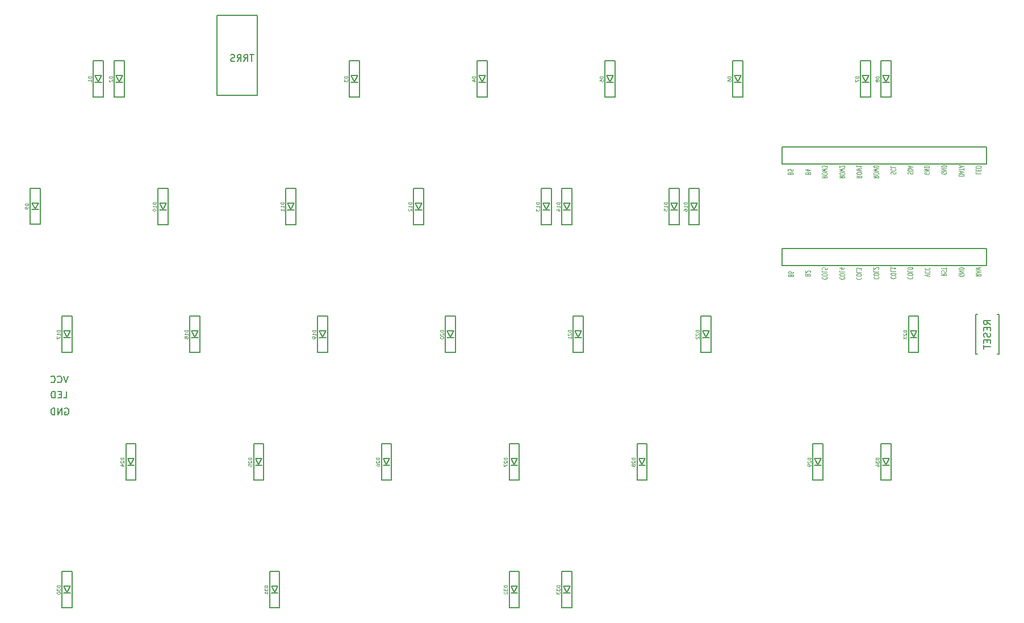
<source format=gbo>
G04 #@! TF.GenerationSoftware,KiCad,Pcbnew,(5.1.5-0-10_14)*
G04 #@! TF.CreationDate,2020-07-25T11:38:42+09:00*
G04 #@! TF.ProjectId,iroha60-right,69726f68-6136-4302-9d72-696768742e6b,rev?*
G04 #@! TF.SameCoordinates,Original*
G04 #@! TF.FileFunction,Legend,Bot*
G04 #@! TF.FilePolarity,Positive*
%FSLAX46Y46*%
G04 Gerber Fmt 4.6, Leading zero omitted, Abs format (unit mm)*
G04 Created by KiCad (PCBNEW (5.1.5-0-10_14)) date 2020-07-25 11:38:42*
%MOMM*%
%LPD*%
G04 APERTURE LIST*
%ADD10C,0.150000*%
%ADD11C,0.125000*%
G04 APERTURE END LIST*
D10*
X46750000Y-30637500D02*
X45250000Y-30637500D01*
X46750000Y-36037500D02*
X46750000Y-30637500D01*
X45250000Y-36037500D02*
X46750000Y-36037500D01*
X45250000Y-30637500D02*
X45250000Y-36037500D01*
X45500000Y-33837500D02*
X46500000Y-33837500D01*
X46500000Y-32837500D02*
X46000000Y-33737500D01*
X45500000Y-32837500D02*
X46500000Y-32837500D01*
X46000000Y-33737500D02*
X45500000Y-32837500D01*
X49900000Y-30637500D02*
X48400000Y-30637500D01*
X49900000Y-36037500D02*
X49900000Y-30637500D01*
X48400000Y-36037500D02*
X49900000Y-36037500D01*
X48400000Y-30637500D02*
X48400000Y-36037500D01*
X48650000Y-33837500D02*
X49650000Y-33837500D01*
X49650000Y-32837500D02*
X49150000Y-33737500D01*
X48650000Y-32837500D02*
X49650000Y-32837500D01*
X49150000Y-33737500D02*
X48650000Y-32837500D01*
X84950000Y-30637500D02*
X83450000Y-30637500D01*
X84950000Y-36037500D02*
X84950000Y-30637500D01*
X83450000Y-36037500D02*
X84950000Y-36037500D01*
X83450000Y-30637500D02*
X83450000Y-36037500D01*
X83700000Y-33837500D02*
X84700000Y-33837500D01*
X84700000Y-32837500D02*
X84200000Y-33737500D01*
X83700000Y-32837500D02*
X84700000Y-32837500D01*
X84200000Y-33737500D02*
X83700000Y-32837500D01*
X104000000Y-30637500D02*
X102500000Y-30637500D01*
X104000000Y-36037500D02*
X104000000Y-30637500D01*
X102500000Y-36037500D02*
X104000000Y-36037500D01*
X102500000Y-30637500D02*
X102500000Y-36037500D01*
X102750000Y-33837500D02*
X103750000Y-33837500D01*
X103750000Y-32837500D02*
X103250000Y-33737500D01*
X102750000Y-32837500D02*
X103750000Y-32837500D01*
X103250000Y-33737500D02*
X102750000Y-32837500D01*
X123050000Y-30637500D02*
X121550000Y-30637500D01*
X123050000Y-36037500D02*
X123050000Y-30637500D01*
X121550000Y-36037500D02*
X123050000Y-36037500D01*
X121550000Y-30637500D02*
X121550000Y-36037500D01*
X121800000Y-33837500D02*
X122800000Y-33837500D01*
X122800000Y-32837500D02*
X122300000Y-33737500D01*
X121800000Y-32837500D02*
X122800000Y-32837500D01*
X122300000Y-33737500D02*
X121800000Y-32837500D01*
X142100000Y-30637500D02*
X140600000Y-30637500D01*
X142100000Y-36037500D02*
X142100000Y-30637500D01*
X140600000Y-36037500D02*
X142100000Y-36037500D01*
X140600000Y-30637500D02*
X140600000Y-36037500D01*
X140850000Y-33837500D02*
X141850000Y-33837500D01*
X141850000Y-32837500D02*
X141350000Y-33737500D01*
X140850000Y-32837500D02*
X141850000Y-32837500D01*
X141350000Y-33737500D02*
X140850000Y-32837500D01*
X161150000Y-30637500D02*
X159650000Y-30637500D01*
X161150000Y-36037500D02*
X161150000Y-30637500D01*
X159650000Y-36037500D02*
X161150000Y-36037500D01*
X159650000Y-30637500D02*
X159650000Y-36037500D01*
X159900000Y-33837500D02*
X160900000Y-33837500D01*
X160900000Y-32837500D02*
X160400000Y-33737500D01*
X159900000Y-32837500D02*
X160900000Y-32837500D01*
X160400000Y-33737500D02*
X159900000Y-32837500D01*
X164200000Y-30637500D02*
X162700000Y-30637500D01*
X164200000Y-36037500D02*
X164200000Y-30637500D01*
X162700000Y-36037500D02*
X164200000Y-36037500D01*
X162700000Y-30637500D02*
X162700000Y-36037500D01*
X162950000Y-33837500D02*
X163950000Y-33837500D01*
X163950000Y-32837500D02*
X163450000Y-33737500D01*
X162950000Y-32837500D02*
X163950000Y-32837500D01*
X163450000Y-33737500D02*
X162950000Y-32837500D01*
X36575000Y-52737500D02*
X36075000Y-51837500D01*
X36075000Y-51837500D02*
X37075000Y-51837500D01*
X37075000Y-51837500D02*
X36575000Y-52737500D01*
X36075000Y-52837500D02*
X37075000Y-52837500D01*
X35825000Y-49637500D02*
X35825000Y-55037500D01*
X35825000Y-55037500D02*
X37325000Y-55037500D01*
X37325000Y-55037500D02*
X37325000Y-49637500D01*
X37325000Y-49637500D02*
X35825000Y-49637500D01*
X55625000Y-52787500D02*
X55125000Y-51887500D01*
X55125000Y-51887500D02*
X56125000Y-51887500D01*
X56125000Y-51887500D02*
X55625000Y-52787500D01*
X55125000Y-52887500D02*
X56125000Y-52887500D01*
X54875000Y-49687500D02*
X54875000Y-55087500D01*
X54875000Y-55087500D02*
X56375000Y-55087500D01*
X56375000Y-55087500D02*
X56375000Y-49687500D01*
X56375000Y-49687500D02*
X54875000Y-49687500D01*
X74675000Y-52787500D02*
X74175000Y-51887500D01*
X74175000Y-51887500D02*
X75175000Y-51887500D01*
X75175000Y-51887500D02*
X74675000Y-52787500D01*
X74175000Y-52887500D02*
X75175000Y-52887500D01*
X73925000Y-49687500D02*
X73925000Y-55087500D01*
X73925000Y-55087500D02*
X75425000Y-55087500D01*
X75425000Y-55087500D02*
X75425000Y-49687500D01*
X75425000Y-49687500D02*
X73925000Y-49687500D01*
X93725000Y-52787500D02*
X93225000Y-51887500D01*
X93225000Y-51887500D02*
X94225000Y-51887500D01*
X94225000Y-51887500D02*
X93725000Y-52787500D01*
X93225000Y-52887500D02*
X94225000Y-52887500D01*
X92975000Y-49687500D02*
X92975000Y-55087500D01*
X92975000Y-55087500D02*
X94475000Y-55087500D01*
X94475000Y-55087500D02*
X94475000Y-49687500D01*
X94475000Y-49687500D02*
X92975000Y-49687500D01*
X112775000Y-52787500D02*
X112275000Y-51887500D01*
X112275000Y-51887500D02*
X113275000Y-51887500D01*
X113275000Y-51887500D02*
X112775000Y-52787500D01*
X112275000Y-52887500D02*
X113275000Y-52887500D01*
X112025000Y-49687500D02*
X112025000Y-55087500D01*
X112025000Y-55087500D02*
X113525000Y-55087500D01*
X113525000Y-55087500D02*
X113525000Y-49687500D01*
X113525000Y-49687500D02*
X112025000Y-49687500D01*
X115825000Y-52787500D02*
X115325000Y-51887500D01*
X115325000Y-51887500D02*
X116325000Y-51887500D01*
X116325000Y-51887500D02*
X115825000Y-52787500D01*
X115325000Y-52887500D02*
X116325000Y-52887500D01*
X115075000Y-49687500D02*
X115075000Y-55087500D01*
X115075000Y-55087500D02*
X116575000Y-55087500D01*
X116575000Y-55087500D02*
X116575000Y-49687500D01*
X116575000Y-49687500D02*
X115075000Y-49687500D01*
X131825000Y-52787500D02*
X131325000Y-51887500D01*
X131325000Y-51887500D02*
X132325000Y-51887500D01*
X132325000Y-51887500D02*
X131825000Y-52787500D01*
X131325000Y-52887500D02*
X132325000Y-52887500D01*
X131075000Y-49687500D02*
X131075000Y-55087500D01*
X131075000Y-55087500D02*
X132575000Y-55087500D01*
X132575000Y-55087500D02*
X132575000Y-49687500D01*
X132575000Y-49687500D02*
X131075000Y-49687500D01*
X134825000Y-52787500D02*
X134325000Y-51887500D01*
X134325000Y-51887500D02*
X135325000Y-51887500D01*
X135325000Y-51887500D02*
X134825000Y-52787500D01*
X134325000Y-52887500D02*
X135325000Y-52887500D01*
X134075000Y-49687500D02*
X134075000Y-55087500D01*
X134075000Y-55087500D02*
X135575000Y-55087500D01*
X135575000Y-55087500D02*
X135575000Y-49687500D01*
X135575000Y-49687500D02*
X134075000Y-49687500D01*
X42087500Y-68737500D02*
X40587500Y-68737500D01*
X42087500Y-74137500D02*
X42087500Y-68737500D01*
X40587500Y-74137500D02*
X42087500Y-74137500D01*
X40587500Y-68737500D02*
X40587500Y-74137500D01*
X40837500Y-71937500D02*
X41837500Y-71937500D01*
X41837500Y-70937500D02*
X41337500Y-71837500D01*
X40837500Y-70937500D02*
X41837500Y-70937500D01*
X41337500Y-71837500D02*
X40837500Y-70937500D01*
X61137500Y-68737500D02*
X59637500Y-68737500D01*
X61137500Y-74137500D02*
X61137500Y-68737500D01*
X59637500Y-74137500D02*
X61137500Y-74137500D01*
X59637500Y-68737500D02*
X59637500Y-74137500D01*
X59887500Y-71937500D02*
X60887500Y-71937500D01*
X60887500Y-70937500D02*
X60387500Y-71837500D01*
X59887500Y-70937500D02*
X60887500Y-70937500D01*
X60387500Y-71837500D02*
X59887500Y-70937500D01*
X80187500Y-68737500D02*
X78687500Y-68737500D01*
X80187500Y-74137500D02*
X80187500Y-68737500D01*
X78687500Y-74137500D02*
X80187500Y-74137500D01*
X78687500Y-68737500D02*
X78687500Y-74137500D01*
X78937500Y-71937500D02*
X79937500Y-71937500D01*
X79937500Y-70937500D02*
X79437500Y-71837500D01*
X78937500Y-70937500D02*
X79937500Y-70937500D01*
X79437500Y-71837500D02*
X78937500Y-70937500D01*
X98487500Y-71837500D02*
X97987500Y-70937500D01*
X97987500Y-70937500D02*
X98987500Y-70937500D01*
X98987500Y-70937500D02*
X98487500Y-71837500D01*
X97987500Y-71937500D02*
X98987500Y-71937500D01*
X97737500Y-68737500D02*
X97737500Y-74137500D01*
X97737500Y-74137500D02*
X99237500Y-74137500D01*
X99237500Y-74137500D02*
X99237500Y-68737500D01*
X99237500Y-68737500D02*
X97737500Y-68737500D01*
X117537500Y-71837500D02*
X117037500Y-70937500D01*
X117037500Y-70937500D02*
X118037500Y-70937500D01*
X118037500Y-70937500D02*
X117537500Y-71837500D01*
X117037500Y-71937500D02*
X118037500Y-71937500D01*
X116787500Y-68737500D02*
X116787500Y-74137500D01*
X116787500Y-74137500D02*
X118287500Y-74137500D01*
X118287500Y-74137500D02*
X118287500Y-68737500D01*
X118287500Y-68737500D02*
X116787500Y-68737500D01*
X137337500Y-68737500D02*
X135837500Y-68737500D01*
X137337500Y-74137500D02*
X137337500Y-68737500D01*
X135837500Y-74137500D02*
X137337500Y-74137500D01*
X135837500Y-68737500D02*
X135837500Y-74137500D01*
X136087500Y-71937500D02*
X137087500Y-71937500D01*
X137087500Y-70937500D02*
X136587500Y-71837500D01*
X136087500Y-70937500D02*
X137087500Y-70937500D01*
X136587500Y-71837500D02*
X136087500Y-70937500D01*
X167543750Y-71837500D02*
X167043750Y-70937500D01*
X167043750Y-70937500D02*
X168043750Y-70937500D01*
X168043750Y-70937500D02*
X167543750Y-71837500D01*
X167043750Y-71937500D02*
X168043750Y-71937500D01*
X166793750Y-68737500D02*
X166793750Y-74137500D01*
X166793750Y-74137500D02*
X168293750Y-74137500D01*
X168293750Y-74137500D02*
X168293750Y-68737500D01*
X168293750Y-68737500D02*
X166793750Y-68737500D01*
X50862500Y-90887500D02*
X50362500Y-89987500D01*
X50362500Y-89987500D02*
X51362500Y-89987500D01*
X51362500Y-89987500D02*
X50862500Y-90887500D01*
X50362500Y-90987500D02*
X51362500Y-90987500D01*
X50112500Y-87787500D02*
X50112500Y-93187500D01*
X50112500Y-93187500D02*
X51612500Y-93187500D01*
X51612500Y-93187500D02*
X51612500Y-87787500D01*
X51612500Y-87787500D02*
X50112500Y-87787500D01*
X69912500Y-90887500D02*
X69412500Y-89987500D01*
X69412500Y-89987500D02*
X70412500Y-89987500D01*
X70412500Y-89987500D02*
X69912500Y-90887500D01*
X69412500Y-90987500D02*
X70412500Y-90987500D01*
X69162500Y-87787500D02*
X69162500Y-93187500D01*
X69162500Y-93187500D02*
X70662500Y-93187500D01*
X70662500Y-93187500D02*
X70662500Y-87787500D01*
X70662500Y-87787500D02*
X69162500Y-87787500D01*
X88962500Y-90887500D02*
X88462500Y-89987500D01*
X88462500Y-89987500D02*
X89462500Y-89987500D01*
X89462500Y-89987500D02*
X88962500Y-90887500D01*
X88462500Y-90987500D02*
X89462500Y-90987500D01*
X88212500Y-87787500D02*
X88212500Y-93187500D01*
X88212500Y-93187500D02*
X89712500Y-93187500D01*
X89712500Y-93187500D02*
X89712500Y-87787500D01*
X89712500Y-87787500D02*
X88212500Y-87787500D01*
X108762500Y-87787500D02*
X107262500Y-87787500D01*
X108762500Y-93187500D02*
X108762500Y-87787500D01*
X107262500Y-93187500D02*
X108762500Y-93187500D01*
X107262500Y-87787500D02*
X107262500Y-93187500D01*
X107512500Y-90987500D02*
X108512500Y-90987500D01*
X108512500Y-89987500D02*
X108012500Y-90887500D01*
X107512500Y-89987500D02*
X108512500Y-89987500D01*
X108012500Y-90887500D02*
X107512500Y-89987500D01*
X127812500Y-87787500D02*
X126312500Y-87787500D01*
X127812500Y-93187500D02*
X127812500Y-87787500D01*
X126312500Y-93187500D02*
X127812500Y-93187500D01*
X126312500Y-87787500D02*
X126312500Y-93187500D01*
X126562500Y-90987500D02*
X127562500Y-90987500D01*
X127562500Y-89987500D02*
X127062500Y-90887500D01*
X126562500Y-89987500D02*
X127562500Y-89987500D01*
X127062500Y-90887500D02*
X126562500Y-89987500D01*
X154006250Y-87787500D02*
X152506250Y-87787500D01*
X154006250Y-93187500D02*
X154006250Y-87787500D01*
X152506250Y-93187500D02*
X154006250Y-93187500D01*
X152506250Y-87787500D02*
X152506250Y-93187500D01*
X152756250Y-90987500D02*
X153756250Y-90987500D01*
X153756250Y-89987500D02*
X153256250Y-90887500D01*
X152756250Y-89987500D02*
X153756250Y-89987500D01*
X153256250Y-90887500D02*
X152756250Y-89987500D01*
X41337500Y-109937500D02*
X40837500Y-109037500D01*
X40837500Y-109037500D02*
X41837500Y-109037500D01*
X41837500Y-109037500D02*
X41337500Y-109937500D01*
X40837500Y-110037500D02*
X41837500Y-110037500D01*
X40587500Y-106837500D02*
X40587500Y-112237500D01*
X40587500Y-112237500D02*
X42087500Y-112237500D01*
X42087500Y-112237500D02*
X42087500Y-106837500D01*
X42087500Y-106837500D02*
X40587500Y-106837500D01*
X72293750Y-109937500D02*
X71793750Y-109037500D01*
X71793750Y-109037500D02*
X72793750Y-109037500D01*
X72793750Y-109037500D02*
X72293750Y-109937500D01*
X71793750Y-110037500D02*
X72793750Y-110037500D01*
X71543750Y-106837500D02*
X71543750Y-112237500D01*
X71543750Y-112237500D02*
X73043750Y-112237500D01*
X73043750Y-112237500D02*
X73043750Y-106837500D01*
X73043750Y-106837500D02*
X71543750Y-106837500D01*
X108012500Y-109937500D02*
X107512500Y-109037500D01*
X107512500Y-109037500D02*
X108512500Y-109037500D01*
X108512500Y-109037500D02*
X108012500Y-109937500D01*
X107512500Y-110037500D02*
X108512500Y-110037500D01*
X107262500Y-106837500D02*
X107262500Y-112237500D01*
X107262500Y-112237500D02*
X108762500Y-112237500D01*
X108762500Y-112237500D02*
X108762500Y-106837500D01*
X108762500Y-106837500D02*
X107262500Y-106837500D01*
X116575000Y-106837500D02*
X115075000Y-106837500D01*
X116575000Y-112237500D02*
X116575000Y-106837500D01*
X115075000Y-112237500D02*
X116575000Y-112237500D01*
X115075000Y-106837500D02*
X115075000Y-112237500D01*
X115325000Y-110037500D02*
X116325000Y-110037500D01*
X116325000Y-109037500D02*
X115825000Y-109937500D01*
X115325000Y-109037500D02*
X116325000Y-109037500D01*
X115825000Y-109937500D02*
X115325000Y-109037500D01*
X69675000Y-23812500D02*
X63675000Y-23812500D01*
X63675000Y-23812500D02*
X63675000Y-35812500D01*
X63675000Y-35812500D02*
X69675000Y-35812500D01*
X69675000Y-35812500D02*
X69675000Y-23812500D01*
X180293750Y-68437500D02*
X180293750Y-74437500D01*
X180293750Y-74437500D02*
X180043750Y-74437500D01*
X180293750Y-68437500D02*
X180043750Y-68437500D01*
X176793750Y-68437500D02*
X177043750Y-68437500D01*
X176793750Y-68437500D02*
X176793750Y-74437500D01*
X176793750Y-74437500D02*
X177043750Y-74437500D01*
X147955500Y-46001100D02*
X178435500Y-46001100D01*
X147955500Y-43461100D02*
X147955500Y-46001100D01*
X178435500Y-43461100D02*
X147955500Y-43461100D01*
X178435500Y-46001100D02*
X178435500Y-43461100D01*
X147955500Y-61221100D02*
X178435500Y-61221100D01*
X147955500Y-58681100D02*
X147955500Y-61221100D01*
X178435500Y-58681100D02*
X147955500Y-58681100D01*
X178435500Y-61221100D02*
X178435500Y-58681100D01*
X163450000Y-90887500D02*
X162950000Y-89987500D01*
X162950000Y-89987500D02*
X163950000Y-89987500D01*
X163950000Y-89987500D02*
X163450000Y-90887500D01*
X162950000Y-90987500D02*
X163950000Y-90987500D01*
X162700000Y-87787500D02*
X162700000Y-93187500D01*
X162700000Y-93187500D02*
X164200000Y-93187500D01*
X164200000Y-93187500D02*
X164200000Y-87787500D01*
X164200000Y-87787500D02*
X162700000Y-87787500D01*
D11*
X44976190Y-32968452D02*
X44476190Y-32968452D01*
X44476190Y-33087500D01*
X44500000Y-33158928D01*
X44547619Y-33206547D01*
X44595238Y-33230357D01*
X44690476Y-33254166D01*
X44761904Y-33254166D01*
X44857142Y-33230357D01*
X44904761Y-33206547D01*
X44952380Y-33158928D01*
X44976190Y-33087500D01*
X44976190Y-32968452D01*
X44976190Y-33730357D02*
X44976190Y-33444642D01*
X44976190Y-33587500D02*
X44476190Y-33587500D01*
X44547619Y-33539880D01*
X44595238Y-33492261D01*
X44619047Y-33444642D01*
X48126190Y-32968452D02*
X47626190Y-32968452D01*
X47626190Y-33087500D01*
X47650000Y-33158928D01*
X47697619Y-33206547D01*
X47745238Y-33230357D01*
X47840476Y-33254166D01*
X47911904Y-33254166D01*
X48007142Y-33230357D01*
X48054761Y-33206547D01*
X48102380Y-33158928D01*
X48126190Y-33087500D01*
X48126190Y-32968452D01*
X47673809Y-33444642D02*
X47650000Y-33468452D01*
X47626190Y-33516071D01*
X47626190Y-33635119D01*
X47650000Y-33682738D01*
X47673809Y-33706547D01*
X47721428Y-33730357D01*
X47769047Y-33730357D01*
X47840476Y-33706547D01*
X48126190Y-33420833D01*
X48126190Y-33730357D01*
X83176190Y-32968452D02*
X82676190Y-32968452D01*
X82676190Y-33087500D01*
X82700000Y-33158928D01*
X82747619Y-33206547D01*
X82795238Y-33230357D01*
X82890476Y-33254166D01*
X82961904Y-33254166D01*
X83057142Y-33230357D01*
X83104761Y-33206547D01*
X83152380Y-33158928D01*
X83176190Y-33087500D01*
X83176190Y-32968452D01*
X82676190Y-33420833D02*
X82676190Y-33730357D01*
X82866666Y-33563690D01*
X82866666Y-33635119D01*
X82890476Y-33682738D01*
X82914285Y-33706547D01*
X82961904Y-33730357D01*
X83080952Y-33730357D01*
X83128571Y-33706547D01*
X83152380Y-33682738D01*
X83176190Y-33635119D01*
X83176190Y-33492261D01*
X83152380Y-33444642D01*
X83128571Y-33420833D01*
X102226190Y-32968452D02*
X101726190Y-32968452D01*
X101726190Y-33087500D01*
X101750000Y-33158928D01*
X101797619Y-33206547D01*
X101845238Y-33230357D01*
X101940476Y-33254166D01*
X102011904Y-33254166D01*
X102107142Y-33230357D01*
X102154761Y-33206547D01*
X102202380Y-33158928D01*
X102226190Y-33087500D01*
X102226190Y-32968452D01*
X101892857Y-33682738D02*
X102226190Y-33682738D01*
X101702380Y-33563690D02*
X102059523Y-33444642D01*
X102059523Y-33754166D01*
X121276190Y-32968452D02*
X120776190Y-32968452D01*
X120776190Y-33087500D01*
X120800000Y-33158928D01*
X120847619Y-33206547D01*
X120895238Y-33230357D01*
X120990476Y-33254166D01*
X121061904Y-33254166D01*
X121157142Y-33230357D01*
X121204761Y-33206547D01*
X121252380Y-33158928D01*
X121276190Y-33087500D01*
X121276190Y-32968452D01*
X120776190Y-33706547D02*
X120776190Y-33468452D01*
X121014285Y-33444642D01*
X120990476Y-33468452D01*
X120966666Y-33516071D01*
X120966666Y-33635119D01*
X120990476Y-33682738D01*
X121014285Y-33706547D01*
X121061904Y-33730357D01*
X121180952Y-33730357D01*
X121228571Y-33706547D01*
X121252380Y-33682738D01*
X121276190Y-33635119D01*
X121276190Y-33516071D01*
X121252380Y-33468452D01*
X121228571Y-33444642D01*
X140326190Y-32968452D02*
X139826190Y-32968452D01*
X139826190Y-33087500D01*
X139850000Y-33158928D01*
X139897619Y-33206547D01*
X139945238Y-33230357D01*
X140040476Y-33254166D01*
X140111904Y-33254166D01*
X140207142Y-33230357D01*
X140254761Y-33206547D01*
X140302380Y-33158928D01*
X140326190Y-33087500D01*
X140326190Y-32968452D01*
X139826190Y-33682738D02*
X139826190Y-33587500D01*
X139850000Y-33539880D01*
X139873809Y-33516071D01*
X139945238Y-33468452D01*
X140040476Y-33444642D01*
X140230952Y-33444642D01*
X140278571Y-33468452D01*
X140302380Y-33492261D01*
X140326190Y-33539880D01*
X140326190Y-33635119D01*
X140302380Y-33682738D01*
X140278571Y-33706547D01*
X140230952Y-33730357D01*
X140111904Y-33730357D01*
X140064285Y-33706547D01*
X140040476Y-33682738D01*
X140016666Y-33635119D01*
X140016666Y-33539880D01*
X140040476Y-33492261D01*
X140064285Y-33468452D01*
X140111904Y-33444642D01*
X159376190Y-32968452D02*
X158876190Y-32968452D01*
X158876190Y-33087500D01*
X158900000Y-33158928D01*
X158947619Y-33206547D01*
X158995238Y-33230357D01*
X159090476Y-33254166D01*
X159161904Y-33254166D01*
X159257142Y-33230357D01*
X159304761Y-33206547D01*
X159352380Y-33158928D01*
X159376190Y-33087500D01*
X159376190Y-32968452D01*
X158876190Y-33420833D02*
X158876190Y-33754166D01*
X159376190Y-33539880D01*
X162426190Y-32968452D02*
X161926190Y-32968452D01*
X161926190Y-33087500D01*
X161950000Y-33158928D01*
X161997619Y-33206547D01*
X162045238Y-33230357D01*
X162140476Y-33254166D01*
X162211904Y-33254166D01*
X162307142Y-33230357D01*
X162354761Y-33206547D01*
X162402380Y-33158928D01*
X162426190Y-33087500D01*
X162426190Y-32968452D01*
X162140476Y-33539880D02*
X162116666Y-33492261D01*
X162092857Y-33468452D01*
X162045238Y-33444642D01*
X162021428Y-33444642D01*
X161973809Y-33468452D01*
X161950000Y-33492261D01*
X161926190Y-33539880D01*
X161926190Y-33635119D01*
X161950000Y-33682738D01*
X161973809Y-33706547D01*
X162021428Y-33730357D01*
X162045238Y-33730357D01*
X162092857Y-33706547D01*
X162116666Y-33682738D01*
X162140476Y-33635119D01*
X162140476Y-33539880D01*
X162164285Y-33492261D01*
X162188095Y-33468452D01*
X162235714Y-33444642D01*
X162330952Y-33444642D01*
X162378571Y-33468452D01*
X162402380Y-33492261D01*
X162426190Y-33539880D01*
X162426190Y-33635119D01*
X162402380Y-33682738D01*
X162378571Y-33706547D01*
X162330952Y-33730357D01*
X162235714Y-33730357D01*
X162188095Y-33706547D01*
X162164285Y-33682738D01*
X162140476Y-33635119D01*
X35551190Y-51968452D02*
X35051190Y-51968452D01*
X35051190Y-52087500D01*
X35075000Y-52158928D01*
X35122619Y-52206547D01*
X35170238Y-52230357D01*
X35265476Y-52254166D01*
X35336904Y-52254166D01*
X35432142Y-52230357D01*
X35479761Y-52206547D01*
X35527380Y-52158928D01*
X35551190Y-52087500D01*
X35551190Y-51968452D01*
X35551190Y-52492261D02*
X35551190Y-52587500D01*
X35527380Y-52635119D01*
X35503571Y-52658928D01*
X35432142Y-52706547D01*
X35336904Y-52730357D01*
X35146428Y-52730357D01*
X35098809Y-52706547D01*
X35075000Y-52682738D01*
X35051190Y-52635119D01*
X35051190Y-52539880D01*
X35075000Y-52492261D01*
X35098809Y-52468452D01*
X35146428Y-52444642D01*
X35265476Y-52444642D01*
X35313095Y-52468452D01*
X35336904Y-52492261D01*
X35360714Y-52539880D01*
X35360714Y-52635119D01*
X35336904Y-52682738D01*
X35313095Y-52706547D01*
X35265476Y-52730357D01*
X54601190Y-51780357D02*
X54101190Y-51780357D01*
X54101190Y-51899404D01*
X54125000Y-51970833D01*
X54172619Y-52018452D01*
X54220238Y-52042261D01*
X54315476Y-52066071D01*
X54386904Y-52066071D01*
X54482142Y-52042261D01*
X54529761Y-52018452D01*
X54577380Y-51970833D01*
X54601190Y-51899404D01*
X54601190Y-51780357D01*
X54601190Y-52542261D02*
X54601190Y-52256547D01*
X54601190Y-52399404D02*
X54101190Y-52399404D01*
X54172619Y-52351785D01*
X54220238Y-52304166D01*
X54244047Y-52256547D01*
X54101190Y-52851785D02*
X54101190Y-52899404D01*
X54125000Y-52947023D01*
X54148809Y-52970833D01*
X54196428Y-52994642D01*
X54291666Y-53018452D01*
X54410714Y-53018452D01*
X54505952Y-52994642D01*
X54553571Y-52970833D01*
X54577380Y-52947023D01*
X54601190Y-52899404D01*
X54601190Y-52851785D01*
X54577380Y-52804166D01*
X54553571Y-52780357D01*
X54505952Y-52756547D01*
X54410714Y-52732738D01*
X54291666Y-52732738D01*
X54196428Y-52756547D01*
X54148809Y-52780357D01*
X54125000Y-52804166D01*
X54101190Y-52851785D01*
X73651190Y-51780357D02*
X73151190Y-51780357D01*
X73151190Y-51899404D01*
X73175000Y-51970833D01*
X73222619Y-52018452D01*
X73270238Y-52042261D01*
X73365476Y-52066071D01*
X73436904Y-52066071D01*
X73532142Y-52042261D01*
X73579761Y-52018452D01*
X73627380Y-51970833D01*
X73651190Y-51899404D01*
X73651190Y-51780357D01*
X73651190Y-52542261D02*
X73651190Y-52256547D01*
X73651190Y-52399404D02*
X73151190Y-52399404D01*
X73222619Y-52351785D01*
X73270238Y-52304166D01*
X73294047Y-52256547D01*
X73651190Y-53018452D02*
X73651190Y-52732738D01*
X73651190Y-52875595D02*
X73151190Y-52875595D01*
X73222619Y-52827976D01*
X73270238Y-52780357D01*
X73294047Y-52732738D01*
X92701190Y-51780357D02*
X92201190Y-51780357D01*
X92201190Y-51899404D01*
X92225000Y-51970833D01*
X92272619Y-52018452D01*
X92320238Y-52042261D01*
X92415476Y-52066071D01*
X92486904Y-52066071D01*
X92582142Y-52042261D01*
X92629761Y-52018452D01*
X92677380Y-51970833D01*
X92701190Y-51899404D01*
X92701190Y-51780357D01*
X92701190Y-52542261D02*
X92701190Y-52256547D01*
X92701190Y-52399404D02*
X92201190Y-52399404D01*
X92272619Y-52351785D01*
X92320238Y-52304166D01*
X92344047Y-52256547D01*
X92248809Y-52732738D02*
X92225000Y-52756547D01*
X92201190Y-52804166D01*
X92201190Y-52923214D01*
X92225000Y-52970833D01*
X92248809Y-52994642D01*
X92296428Y-53018452D01*
X92344047Y-53018452D01*
X92415476Y-52994642D01*
X92701190Y-52708928D01*
X92701190Y-53018452D01*
X111751190Y-51780357D02*
X111251190Y-51780357D01*
X111251190Y-51899404D01*
X111275000Y-51970833D01*
X111322619Y-52018452D01*
X111370238Y-52042261D01*
X111465476Y-52066071D01*
X111536904Y-52066071D01*
X111632142Y-52042261D01*
X111679761Y-52018452D01*
X111727380Y-51970833D01*
X111751190Y-51899404D01*
X111751190Y-51780357D01*
X111751190Y-52542261D02*
X111751190Y-52256547D01*
X111751190Y-52399404D02*
X111251190Y-52399404D01*
X111322619Y-52351785D01*
X111370238Y-52304166D01*
X111394047Y-52256547D01*
X111251190Y-52708928D02*
X111251190Y-53018452D01*
X111441666Y-52851785D01*
X111441666Y-52923214D01*
X111465476Y-52970833D01*
X111489285Y-52994642D01*
X111536904Y-53018452D01*
X111655952Y-53018452D01*
X111703571Y-52994642D01*
X111727380Y-52970833D01*
X111751190Y-52923214D01*
X111751190Y-52780357D01*
X111727380Y-52732738D01*
X111703571Y-52708928D01*
X114801190Y-51780357D02*
X114301190Y-51780357D01*
X114301190Y-51899404D01*
X114325000Y-51970833D01*
X114372619Y-52018452D01*
X114420238Y-52042261D01*
X114515476Y-52066071D01*
X114586904Y-52066071D01*
X114682142Y-52042261D01*
X114729761Y-52018452D01*
X114777380Y-51970833D01*
X114801190Y-51899404D01*
X114801190Y-51780357D01*
X114801190Y-52542261D02*
X114801190Y-52256547D01*
X114801190Y-52399404D02*
X114301190Y-52399404D01*
X114372619Y-52351785D01*
X114420238Y-52304166D01*
X114444047Y-52256547D01*
X114467857Y-52970833D02*
X114801190Y-52970833D01*
X114277380Y-52851785D02*
X114634523Y-52732738D01*
X114634523Y-53042261D01*
X130801190Y-51780357D02*
X130301190Y-51780357D01*
X130301190Y-51899404D01*
X130325000Y-51970833D01*
X130372619Y-52018452D01*
X130420238Y-52042261D01*
X130515476Y-52066071D01*
X130586904Y-52066071D01*
X130682142Y-52042261D01*
X130729761Y-52018452D01*
X130777380Y-51970833D01*
X130801190Y-51899404D01*
X130801190Y-51780357D01*
X130801190Y-52542261D02*
X130801190Y-52256547D01*
X130801190Y-52399404D02*
X130301190Y-52399404D01*
X130372619Y-52351785D01*
X130420238Y-52304166D01*
X130444047Y-52256547D01*
X130301190Y-52994642D02*
X130301190Y-52756547D01*
X130539285Y-52732738D01*
X130515476Y-52756547D01*
X130491666Y-52804166D01*
X130491666Y-52923214D01*
X130515476Y-52970833D01*
X130539285Y-52994642D01*
X130586904Y-53018452D01*
X130705952Y-53018452D01*
X130753571Y-52994642D01*
X130777380Y-52970833D01*
X130801190Y-52923214D01*
X130801190Y-52804166D01*
X130777380Y-52756547D01*
X130753571Y-52732738D01*
X133801190Y-51780357D02*
X133301190Y-51780357D01*
X133301190Y-51899404D01*
X133325000Y-51970833D01*
X133372619Y-52018452D01*
X133420238Y-52042261D01*
X133515476Y-52066071D01*
X133586904Y-52066071D01*
X133682142Y-52042261D01*
X133729761Y-52018452D01*
X133777380Y-51970833D01*
X133801190Y-51899404D01*
X133801190Y-51780357D01*
X133801190Y-52542261D02*
X133801190Y-52256547D01*
X133801190Y-52399404D02*
X133301190Y-52399404D01*
X133372619Y-52351785D01*
X133420238Y-52304166D01*
X133444047Y-52256547D01*
X133301190Y-52970833D02*
X133301190Y-52875595D01*
X133325000Y-52827976D01*
X133348809Y-52804166D01*
X133420238Y-52756547D01*
X133515476Y-52732738D01*
X133705952Y-52732738D01*
X133753571Y-52756547D01*
X133777380Y-52780357D01*
X133801190Y-52827976D01*
X133801190Y-52923214D01*
X133777380Y-52970833D01*
X133753571Y-52994642D01*
X133705952Y-53018452D01*
X133586904Y-53018452D01*
X133539285Y-52994642D01*
X133515476Y-52970833D01*
X133491666Y-52923214D01*
X133491666Y-52827976D01*
X133515476Y-52780357D01*
X133539285Y-52756547D01*
X133586904Y-52732738D01*
X40313690Y-70830357D02*
X39813690Y-70830357D01*
X39813690Y-70949404D01*
X39837500Y-71020833D01*
X39885119Y-71068452D01*
X39932738Y-71092261D01*
X40027976Y-71116071D01*
X40099404Y-71116071D01*
X40194642Y-71092261D01*
X40242261Y-71068452D01*
X40289880Y-71020833D01*
X40313690Y-70949404D01*
X40313690Y-70830357D01*
X40313690Y-71592261D02*
X40313690Y-71306547D01*
X40313690Y-71449404D02*
X39813690Y-71449404D01*
X39885119Y-71401785D01*
X39932738Y-71354166D01*
X39956547Y-71306547D01*
X39813690Y-71758928D02*
X39813690Y-72092261D01*
X40313690Y-71877976D01*
X59363690Y-70830357D02*
X58863690Y-70830357D01*
X58863690Y-70949404D01*
X58887500Y-71020833D01*
X58935119Y-71068452D01*
X58982738Y-71092261D01*
X59077976Y-71116071D01*
X59149404Y-71116071D01*
X59244642Y-71092261D01*
X59292261Y-71068452D01*
X59339880Y-71020833D01*
X59363690Y-70949404D01*
X59363690Y-70830357D01*
X59363690Y-71592261D02*
X59363690Y-71306547D01*
X59363690Y-71449404D02*
X58863690Y-71449404D01*
X58935119Y-71401785D01*
X58982738Y-71354166D01*
X59006547Y-71306547D01*
X59077976Y-71877976D02*
X59054166Y-71830357D01*
X59030357Y-71806547D01*
X58982738Y-71782738D01*
X58958928Y-71782738D01*
X58911309Y-71806547D01*
X58887500Y-71830357D01*
X58863690Y-71877976D01*
X58863690Y-71973214D01*
X58887500Y-72020833D01*
X58911309Y-72044642D01*
X58958928Y-72068452D01*
X58982738Y-72068452D01*
X59030357Y-72044642D01*
X59054166Y-72020833D01*
X59077976Y-71973214D01*
X59077976Y-71877976D01*
X59101785Y-71830357D01*
X59125595Y-71806547D01*
X59173214Y-71782738D01*
X59268452Y-71782738D01*
X59316071Y-71806547D01*
X59339880Y-71830357D01*
X59363690Y-71877976D01*
X59363690Y-71973214D01*
X59339880Y-72020833D01*
X59316071Y-72044642D01*
X59268452Y-72068452D01*
X59173214Y-72068452D01*
X59125595Y-72044642D01*
X59101785Y-72020833D01*
X59077976Y-71973214D01*
X78413690Y-70830357D02*
X77913690Y-70830357D01*
X77913690Y-70949404D01*
X77937500Y-71020833D01*
X77985119Y-71068452D01*
X78032738Y-71092261D01*
X78127976Y-71116071D01*
X78199404Y-71116071D01*
X78294642Y-71092261D01*
X78342261Y-71068452D01*
X78389880Y-71020833D01*
X78413690Y-70949404D01*
X78413690Y-70830357D01*
X78413690Y-71592261D02*
X78413690Y-71306547D01*
X78413690Y-71449404D02*
X77913690Y-71449404D01*
X77985119Y-71401785D01*
X78032738Y-71354166D01*
X78056547Y-71306547D01*
X78413690Y-71830357D02*
X78413690Y-71925595D01*
X78389880Y-71973214D01*
X78366071Y-71997023D01*
X78294642Y-72044642D01*
X78199404Y-72068452D01*
X78008928Y-72068452D01*
X77961309Y-72044642D01*
X77937500Y-72020833D01*
X77913690Y-71973214D01*
X77913690Y-71877976D01*
X77937500Y-71830357D01*
X77961309Y-71806547D01*
X78008928Y-71782738D01*
X78127976Y-71782738D01*
X78175595Y-71806547D01*
X78199404Y-71830357D01*
X78223214Y-71877976D01*
X78223214Y-71973214D01*
X78199404Y-72020833D01*
X78175595Y-72044642D01*
X78127976Y-72068452D01*
X97463690Y-70830357D02*
X96963690Y-70830357D01*
X96963690Y-70949404D01*
X96987500Y-71020833D01*
X97035119Y-71068452D01*
X97082738Y-71092261D01*
X97177976Y-71116071D01*
X97249404Y-71116071D01*
X97344642Y-71092261D01*
X97392261Y-71068452D01*
X97439880Y-71020833D01*
X97463690Y-70949404D01*
X97463690Y-70830357D01*
X97011309Y-71306547D02*
X96987500Y-71330357D01*
X96963690Y-71377976D01*
X96963690Y-71497023D01*
X96987500Y-71544642D01*
X97011309Y-71568452D01*
X97058928Y-71592261D01*
X97106547Y-71592261D01*
X97177976Y-71568452D01*
X97463690Y-71282738D01*
X97463690Y-71592261D01*
X96963690Y-71901785D02*
X96963690Y-71949404D01*
X96987500Y-71997023D01*
X97011309Y-72020833D01*
X97058928Y-72044642D01*
X97154166Y-72068452D01*
X97273214Y-72068452D01*
X97368452Y-72044642D01*
X97416071Y-72020833D01*
X97439880Y-71997023D01*
X97463690Y-71949404D01*
X97463690Y-71901785D01*
X97439880Y-71854166D01*
X97416071Y-71830357D01*
X97368452Y-71806547D01*
X97273214Y-71782738D01*
X97154166Y-71782738D01*
X97058928Y-71806547D01*
X97011309Y-71830357D01*
X96987500Y-71854166D01*
X96963690Y-71901785D01*
X116513690Y-70830357D02*
X116013690Y-70830357D01*
X116013690Y-70949404D01*
X116037500Y-71020833D01*
X116085119Y-71068452D01*
X116132738Y-71092261D01*
X116227976Y-71116071D01*
X116299404Y-71116071D01*
X116394642Y-71092261D01*
X116442261Y-71068452D01*
X116489880Y-71020833D01*
X116513690Y-70949404D01*
X116513690Y-70830357D01*
X116061309Y-71306547D02*
X116037500Y-71330357D01*
X116013690Y-71377976D01*
X116013690Y-71497023D01*
X116037500Y-71544642D01*
X116061309Y-71568452D01*
X116108928Y-71592261D01*
X116156547Y-71592261D01*
X116227976Y-71568452D01*
X116513690Y-71282738D01*
X116513690Y-71592261D01*
X116513690Y-72068452D02*
X116513690Y-71782738D01*
X116513690Y-71925595D02*
X116013690Y-71925595D01*
X116085119Y-71877976D01*
X116132738Y-71830357D01*
X116156547Y-71782738D01*
X135563690Y-70830357D02*
X135063690Y-70830357D01*
X135063690Y-70949404D01*
X135087500Y-71020833D01*
X135135119Y-71068452D01*
X135182738Y-71092261D01*
X135277976Y-71116071D01*
X135349404Y-71116071D01*
X135444642Y-71092261D01*
X135492261Y-71068452D01*
X135539880Y-71020833D01*
X135563690Y-70949404D01*
X135563690Y-70830357D01*
X135111309Y-71306547D02*
X135087500Y-71330357D01*
X135063690Y-71377976D01*
X135063690Y-71497023D01*
X135087500Y-71544642D01*
X135111309Y-71568452D01*
X135158928Y-71592261D01*
X135206547Y-71592261D01*
X135277976Y-71568452D01*
X135563690Y-71282738D01*
X135563690Y-71592261D01*
X135111309Y-71782738D02*
X135087500Y-71806547D01*
X135063690Y-71854166D01*
X135063690Y-71973214D01*
X135087500Y-72020833D01*
X135111309Y-72044642D01*
X135158928Y-72068452D01*
X135206547Y-72068452D01*
X135277976Y-72044642D01*
X135563690Y-71758928D01*
X135563690Y-72068452D01*
X166519940Y-70830357D02*
X166019940Y-70830357D01*
X166019940Y-70949404D01*
X166043750Y-71020833D01*
X166091369Y-71068452D01*
X166138988Y-71092261D01*
X166234226Y-71116071D01*
X166305654Y-71116071D01*
X166400892Y-71092261D01*
X166448511Y-71068452D01*
X166496130Y-71020833D01*
X166519940Y-70949404D01*
X166519940Y-70830357D01*
X166067559Y-71306547D02*
X166043750Y-71330357D01*
X166019940Y-71377976D01*
X166019940Y-71497023D01*
X166043750Y-71544642D01*
X166067559Y-71568452D01*
X166115178Y-71592261D01*
X166162797Y-71592261D01*
X166234226Y-71568452D01*
X166519940Y-71282738D01*
X166519940Y-71592261D01*
X166019940Y-71758928D02*
X166019940Y-72068452D01*
X166210416Y-71901785D01*
X166210416Y-71973214D01*
X166234226Y-72020833D01*
X166258035Y-72044642D01*
X166305654Y-72068452D01*
X166424702Y-72068452D01*
X166472321Y-72044642D01*
X166496130Y-72020833D01*
X166519940Y-71973214D01*
X166519940Y-71830357D01*
X166496130Y-71782738D01*
X166472321Y-71758928D01*
X49838690Y-89880357D02*
X49338690Y-89880357D01*
X49338690Y-89999404D01*
X49362500Y-90070833D01*
X49410119Y-90118452D01*
X49457738Y-90142261D01*
X49552976Y-90166071D01*
X49624404Y-90166071D01*
X49719642Y-90142261D01*
X49767261Y-90118452D01*
X49814880Y-90070833D01*
X49838690Y-89999404D01*
X49838690Y-89880357D01*
X49386309Y-90356547D02*
X49362500Y-90380357D01*
X49338690Y-90427976D01*
X49338690Y-90547023D01*
X49362500Y-90594642D01*
X49386309Y-90618452D01*
X49433928Y-90642261D01*
X49481547Y-90642261D01*
X49552976Y-90618452D01*
X49838690Y-90332738D01*
X49838690Y-90642261D01*
X49505357Y-91070833D02*
X49838690Y-91070833D01*
X49314880Y-90951785D02*
X49672023Y-90832738D01*
X49672023Y-91142261D01*
X68888690Y-89880357D02*
X68388690Y-89880357D01*
X68388690Y-89999404D01*
X68412500Y-90070833D01*
X68460119Y-90118452D01*
X68507738Y-90142261D01*
X68602976Y-90166071D01*
X68674404Y-90166071D01*
X68769642Y-90142261D01*
X68817261Y-90118452D01*
X68864880Y-90070833D01*
X68888690Y-89999404D01*
X68888690Y-89880357D01*
X68436309Y-90356547D02*
X68412500Y-90380357D01*
X68388690Y-90427976D01*
X68388690Y-90547023D01*
X68412500Y-90594642D01*
X68436309Y-90618452D01*
X68483928Y-90642261D01*
X68531547Y-90642261D01*
X68602976Y-90618452D01*
X68888690Y-90332738D01*
X68888690Y-90642261D01*
X68388690Y-91094642D02*
X68388690Y-90856547D01*
X68626785Y-90832738D01*
X68602976Y-90856547D01*
X68579166Y-90904166D01*
X68579166Y-91023214D01*
X68602976Y-91070833D01*
X68626785Y-91094642D01*
X68674404Y-91118452D01*
X68793452Y-91118452D01*
X68841071Y-91094642D01*
X68864880Y-91070833D01*
X68888690Y-91023214D01*
X68888690Y-90904166D01*
X68864880Y-90856547D01*
X68841071Y-90832738D01*
X87938690Y-89880357D02*
X87438690Y-89880357D01*
X87438690Y-89999404D01*
X87462500Y-90070833D01*
X87510119Y-90118452D01*
X87557738Y-90142261D01*
X87652976Y-90166071D01*
X87724404Y-90166071D01*
X87819642Y-90142261D01*
X87867261Y-90118452D01*
X87914880Y-90070833D01*
X87938690Y-89999404D01*
X87938690Y-89880357D01*
X87486309Y-90356547D02*
X87462500Y-90380357D01*
X87438690Y-90427976D01*
X87438690Y-90547023D01*
X87462500Y-90594642D01*
X87486309Y-90618452D01*
X87533928Y-90642261D01*
X87581547Y-90642261D01*
X87652976Y-90618452D01*
X87938690Y-90332738D01*
X87938690Y-90642261D01*
X87438690Y-91070833D02*
X87438690Y-90975595D01*
X87462500Y-90927976D01*
X87486309Y-90904166D01*
X87557738Y-90856547D01*
X87652976Y-90832738D01*
X87843452Y-90832738D01*
X87891071Y-90856547D01*
X87914880Y-90880357D01*
X87938690Y-90927976D01*
X87938690Y-91023214D01*
X87914880Y-91070833D01*
X87891071Y-91094642D01*
X87843452Y-91118452D01*
X87724404Y-91118452D01*
X87676785Y-91094642D01*
X87652976Y-91070833D01*
X87629166Y-91023214D01*
X87629166Y-90927976D01*
X87652976Y-90880357D01*
X87676785Y-90856547D01*
X87724404Y-90832738D01*
X106988690Y-89880357D02*
X106488690Y-89880357D01*
X106488690Y-89999404D01*
X106512500Y-90070833D01*
X106560119Y-90118452D01*
X106607738Y-90142261D01*
X106702976Y-90166071D01*
X106774404Y-90166071D01*
X106869642Y-90142261D01*
X106917261Y-90118452D01*
X106964880Y-90070833D01*
X106988690Y-89999404D01*
X106988690Y-89880357D01*
X106536309Y-90356547D02*
X106512500Y-90380357D01*
X106488690Y-90427976D01*
X106488690Y-90547023D01*
X106512500Y-90594642D01*
X106536309Y-90618452D01*
X106583928Y-90642261D01*
X106631547Y-90642261D01*
X106702976Y-90618452D01*
X106988690Y-90332738D01*
X106988690Y-90642261D01*
X106488690Y-90808928D02*
X106488690Y-91142261D01*
X106988690Y-90927976D01*
X126038690Y-89880357D02*
X125538690Y-89880357D01*
X125538690Y-89999404D01*
X125562500Y-90070833D01*
X125610119Y-90118452D01*
X125657738Y-90142261D01*
X125752976Y-90166071D01*
X125824404Y-90166071D01*
X125919642Y-90142261D01*
X125967261Y-90118452D01*
X126014880Y-90070833D01*
X126038690Y-89999404D01*
X126038690Y-89880357D01*
X125586309Y-90356547D02*
X125562500Y-90380357D01*
X125538690Y-90427976D01*
X125538690Y-90547023D01*
X125562500Y-90594642D01*
X125586309Y-90618452D01*
X125633928Y-90642261D01*
X125681547Y-90642261D01*
X125752976Y-90618452D01*
X126038690Y-90332738D01*
X126038690Y-90642261D01*
X125752976Y-90927976D02*
X125729166Y-90880357D01*
X125705357Y-90856547D01*
X125657738Y-90832738D01*
X125633928Y-90832738D01*
X125586309Y-90856547D01*
X125562500Y-90880357D01*
X125538690Y-90927976D01*
X125538690Y-91023214D01*
X125562500Y-91070833D01*
X125586309Y-91094642D01*
X125633928Y-91118452D01*
X125657738Y-91118452D01*
X125705357Y-91094642D01*
X125729166Y-91070833D01*
X125752976Y-91023214D01*
X125752976Y-90927976D01*
X125776785Y-90880357D01*
X125800595Y-90856547D01*
X125848214Y-90832738D01*
X125943452Y-90832738D01*
X125991071Y-90856547D01*
X126014880Y-90880357D01*
X126038690Y-90927976D01*
X126038690Y-91023214D01*
X126014880Y-91070833D01*
X125991071Y-91094642D01*
X125943452Y-91118452D01*
X125848214Y-91118452D01*
X125800595Y-91094642D01*
X125776785Y-91070833D01*
X125752976Y-91023214D01*
X152232440Y-89880357D02*
X151732440Y-89880357D01*
X151732440Y-89999404D01*
X151756250Y-90070833D01*
X151803869Y-90118452D01*
X151851488Y-90142261D01*
X151946726Y-90166071D01*
X152018154Y-90166071D01*
X152113392Y-90142261D01*
X152161011Y-90118452D01*
X152208630Y-90070833D01*
X152232440Y-89999404D01*
X152232440Y-89880357D01*
X151780059Y-90356547D02*
X151756250Y-90380357D01*
X151732440Y-90427976D01*
X151732440Y-90547023D01*
X151756250Y-90594642D01*
X151780059Y-90618452D01*
X151827678Y-90642261D01*
X151875297Y-90642261D01*
X151946726Y-90618452D01*
X152232440Y-90332738D01*
X152232440Y-90642261D01*
X152232440Y-90880357D02*
X152232440Y-90975595D01*
X152208630Y-91023214D01*
X152184821Y-91047023D01*
X152113392Y-91094642D01*
X152018154Y-91118452D01*
X151827678Y-91118452D01*
X151780059Y-91094642D01*
X151756250Y-91070833D01*
X151732440Y-91023214D01*
X151732440Y-90927976D01*
X151756250Y-90880357D01*
X151780059Y-90856547D01*
X151827678Y-90832738D01*
X151946726Y-90832738D01*
X151994345Y-90856547D01*
X152018154Y-90880357D01*
X152041964Y-90927976D01*
X152041964Y-91023214D01*
X152018154Y-91070833D01*
X151994345Y-91094642D01*
X151946726Y-91118452D01*
X40313690Y-108930357D02*
X39813690Y-108930357D01*
X39813690Y-109049404D01*
X39837500Y-109120833D01*
X39885119Y-109168452D01*
X39932738Y-109192261D01*
X40027976Y-109216071D01*
X40099404Y-109216071D01*
X40194642Y-109192261D01*
X40242261Y-109168452D01*
X40289880Y-109120833D01*
X40313690Y-109049404D01*
X40313690Y-108930357D01*
X39813690Y-109382738D02*
X39813690Y-109692261D01*
X40004166Y-109525595D01*
X40004166Y-109597023D01*
X40027976Y-109644642D01*
X40051785Y-109668452D01*
X40099404Y-109692261D01*
X40218452Y-109692261D01*
X40266071Y-109668452D01*
X40289880Y-109644642D01*
X40313690Y-109597023D01*
X40313690Y-109454166D01*
X40289880Y-109406547D01*
X40266071Y-109382738D01*
X39813690Y-110001785D02*
X39813690Y-110049404D01*
X39837500Y-110097023D01*
X39861309Y-110120833D01*
X39908928Y-110144642D01*
X40004166Y-110168452D01*
X40123214Y-110168452D01*
X40218452Y-110144642D01*
X40266071Y-110120833D01*
X40289880Y-110097023D01*
X40313690Y-110049404D01*
X40313690Y-110001785D01*
X40289880Y-109954166D01*
X40266071Y-109930357D01*
X40218452Y-109906547D01*
X40123214Y-109882738D01*
X40004166Y-109882738D01*
X39908928Y-109906547D01*
X39861309Y-109930357D01*
X39837500Y-109954166D01*
X39813690Y-110001785D01*
X71269940Y-108930357D02*
X70769940Y-108930357D01*
X70769940Y-109049404D01*
X70793750Y-109120833D01*
X70841369Y-109168452D01*
X70888988Y-109192261D01*
X70984226Y-109216071D01*
X71055654Y-109216071D01*
X71150892Y-109192261D01*
X71198511Y-109168452D01*
X71246130Y-109120833D01*
X71269940Y-109049404D01*
X71269940Y-108930357D01*
X70769940Y-109382738D02*
X70769940Y-109692261D01*
X70960416Y-109525595D01*
X70960416Y-109597023D01*
X70984226Y-109644642D01*
X71008035Y-109668452D01*
X71055654Y-109692261D01*
X71174702Y-109692261D01*
X71222321Y-109668452D01*
X71246130Y-109644642D01*
X71269940Y-109597023D01*
X71269940Y-109454166D01*
X71246130Y-109406547D01*
X71222321Y-109382738D01*
X71269940Y-110168452D02*
X71269940Y-109882738D01*
X71269940Y-110025595D02*
X70769940Y-110025595D01*
X70841369Y-109977976D01*
X70888988Y-109930357D01*
X70912797Y-109882738D01*
X106988690Y-108930357D02*
X106488690Y-108930357D01*
X106488690Y-109049404D01*
X106512500Y-109120833D01*
X106560119Y-109168452D01*
X106607738Y-109192261D01*
X106702976Y-109216071D01*
X106774404Y-109216071D01*
X106869642Y-109192261D01*
X106917261Y-109168452D01*
X106964880Y-109120833D01*
X106988690Y-109049404D01*
X106988690Y-108930357D01*
X106488690Y-109382738D02*
X106488690Y-109692261D01*
X106679166Y-109525595D01*
X106679166Y-109597023D01*
X106702976Y-109644642D01*
X106726785Y-109668452D01*
X106774404Y-109692261D01*
X106893452Y-109692261D01*
X106941071Y-109668452D01*
X106964880Y-109644642D01*
X106988690Y-109597023D01*
X106988690Y-109454166D01*
X106964880Y-109406547D01*
X106941071Y-109382738D01*
X106536309Y-109882738D02*
X106512500Y-109906547D01*
X106488690Y-109954166D01*
X106488690Y-110073214D01*
X106512500Y-110120833D01*
X106536309Y-110144642D01*
X106583928Y-110168452D01*
X106631547Y-110168452D01*
X106702976Y-110144642D01*
X106988690Y-109858928D01*
X106988690Y-110168452D01*
X114801190Y-108930357D02*
X114301190Y-108930357D01*
X114301190Y-109049404D01*
X114325000Y-109120833D01*
X114372619Y-109168452D01*
X114420238Y-109192261D01*
X114515476Y-109216071D01*
X114586904Y-109216071D01*
X114682142Y-109192261D01*
X114729761Y-109168452D01*
X114777380Y-109120833D01*
X114801190Y-109049404D01*
X114801190Y-108930357D01*
X114301190Y-109382738D02*
X114301190Y-109692261D01*
X114491666Y-109525595D01*
X114491666Y-109597023D01*
X114515476Y-109644642D01*
X114539285Y-109668452D01*
X114586904Y-109692261D01*
X114705952Y-109692261D01*
X114753571Y-109668452D01*
X114777380Y-109644642D01*
X114801190Y-109597023D01*
X114801190Y-109454166D01*
X114777380Y-109406547D01*
X114753571Y-109382738D01*
X114301190Y-109858928D02*
X114301190Y-110168452D01*
X114491666Y-110001785D01*
X114491666Y-110073214D01*
X114515476Y-110120833D01*
X114539285Y-110144642D01*
X114586904Y-110168452D01*
X114705952Y-110168452D01*
X114753571Y-110144642D01*
X114777380Y-110120833D01*
X114801190Y-110073214D01*
X114801190Y-109930357D01*
X114777380Y-109882738D01*
X114753571Y-109858928D01*
D10*
X69186904Y-29714880D02*
X68615476Y-29714880D01*
X68901190Y-30714880D02*
X68901190Y-29714880D01*
X67710714Y-30714880D02*
X68044047Y-30238690D01*
X68282142Y-30714880D02*
X68282142Y-29714880D01*
X67901190Y-29714880D01*
X67805952Y-29762500D01*
X67758333Y-29810119D01*
X67710714Y-29905357D01*
X67710714Y-30048214D01*
X67758333Y-30143452D01*
X67805952Y-30191071D01*
X67901190Y-30238690D01*
X68282142Y-30238690D01*
X66710714Y-30714880D02*
X67044047Y-30238690D01*
X67282142Y-30714880D02*
X67282142Y-29714880D01*
X66901190Y-29714880D01*
X66805952Y-29762500D01*
X66758333Y-29810119D01*
X66710714Y-29905357D01*
X66710714Y-30048214D01*
X66758333Y-30143452D01*
X66805952Y-30191071D01*
X66901190Y-30238690D01*
X67282142Y-30238690D01*
X66329761Y-30667261D02*
X66186904Y-30714880D01*
X65948809Y-30714880D01*
X65853571Y-30667261D01*
X65805952Y-30619642D01*
X65758333Y-30524404D01*
X65758333Y-30429166D01*
X65805952Y-30333928D01*
X65853571Y-30286309D01*
X65948809Y-30238690D01*
X66139285Y-30191071D01*
X66234523Y-30143452D01*
X66282142Y-30095833D01*
X66329761Y-30000595D01*
X66329761Y-29905357D01*
X66282142Y-29810119D01*
X66234523Y-29762500D01*
X66139285Y-29714880D01*
X65901190Y-29714880D01*
X65758333Y-29762500D01*
X41508333Y-77664880D02*
X41175000Y-78664880D01*
X40841666Y-77664880D01*
X39936904Y-78569642D02*
X39984523Y-78617261D01*
X40127380Y-78664880D01*
X40222619Y-78664880D01*
X40365476Y-78617261D01*
X40460714Y-78522023D01*
X40508333Y-78426785D01*
X40555952Y-78236309D01*
X40555952Y-78093452D01*
X40508333Y-77902976D01*
X40460714Y-77807738D01*
X40365476Y-77712500D01*
X40222619Y-77664880D01*
X40127380Y-77664880D01*
X39984523Y-77712500D01*
X39936904Y-77760119D01*
X38936904Y-78569642D02*
X38984523Y-78617261D01*
X39127380Y-78664880D01*
X39222619Y-78664880D01*
X39365476Y-78617261D01*
X39460714Y-78522023D01*
X39508333Y-78426785D01*
X39555952Y-78236309D01*
X39555952Y-78093452D01*
X39508333Y-77902976D01*
X39460714Y-77807738D01*
X39365476Y-77712500D01*
X39222619Y-77664880D01*
X39127380Y-77664880D01*
X38984523Y-77712500D01*
X38936904Y-77760119D01*
X40795357Y-80954880D02*
X41271547Y-80954880D01*
X41271547Y-79954880D01*
X40462023Y-80431071D02*
X40128690Y-80431071D01*
X39985833Y-80954880D02*
X40462023Y-80954880D01*
X40462023Y-79954880D01*
X39985833Y-79954880D01*
X39557261Y-80954880D02*
X39557261Y-79954880D01*
X39319166Y-79954880D01*
X39176309Y-80002500D01*
X39081071Y-80097738D01*
X39033452Y-80192976D01*
X38985833Y-80383452D01*
X38985833Y-80526309D01*
X39033452Y-80716785D01*
X39081071Y-80812023D01*
X39176309Y-80907261D01*
X39319166Y-80954880D01*
X39557261Y-80954880D01*
X41036904Y-82512500D02*
X41132142Y-82464880D01*
X41275000Y-82464880D01*
X41417857Y-82512500D01*
X41513095Y-82607738D01*
X41560714Y-82702976D01*
X41608333Y-82893452D01*
X41608333Y-83036309D01*
X41560714Y-83226785D01*
X41513095Y-83322023D01*
X41417857Y-83417261D01*
X41275000Y-83464880D01*
X41179761Y-83464880D01*
X41036904Y-83417261D01*
X40989285Y-83369642D01*
X40989285Y-83036309D01*
X41179761Y-83036309D01*
X40560714Y-83464880D02*
X40560714Y-82464880D01*
X39989285Y-83464880D01*
X39989285Y-82464880D01*
X39513095Y-83464880D02*
X39513095Y-82464880D01*
X39275000Y-82464880D01*
X39132142Y-82512500D01*
X39036904Y-82607738D01*
X38989285Y-82702976D01*
X38941666Y-82893452D01*
X38941666Y-83036309D01*
X38989285Y-83226785D01*
X39036904Y-83322023D01*
X39132142Y-83417261D01*
X39275000Y-83464880D01*
X39513095Y-83464880D01*
X178996130Y-69985119D02*
X178519940Y-69651785D01*
X178996130Y-69413690D02*
X177996130Y-69413690D01*
X177996130Y-69794642D01*
X178043750Y-69889880D01*
X178091369Y-69937500D01*
X178186607Y-69985119D01*
X178329464Y-69985119D01*
X178424702Y-69937500D01*
X178472321Y-69889880D01*
X178519940Y-69794642D01*
X178519940Y-69413690D01*
X178472321Y-70413690D02*
X178472321Y-70747023D01*
X178996130Y-70889880D02*
X178996130Y-70413690D01*
X177996130Y-70413690D01*
X177996130Y-70889880D01*
X178948511Y-71270833D02*
X178996130Y-71413690D01*
X178996130Y-71651785D01*
X178948511Y-71747023D01*
X178900892Y-71794642D01*
X178805654Y-71842261D01*
X178710416Y-71842261D01*
X178615178Y-71794642D01*
X178567559Y-71747023D01*
X178519940Y-71651785D01*
X178472321Y-71461309D01*
X178424702Y-71366071D01*
X178377083Y-71318452D01*
X178281845Y-71270833D01*
X178186607Y-71270833D01*
X178091369Y-71318452D01*
X178043750Y-71366071D01*
X177996130Y-71461309D01*
X177996130Y-71699404D01*
X178043750Y-71842261D01*
X178472321Y-72270833D02*
X178472321Y-72604166D01*
X178996130Y-72747023D02*
X178996130Y-72270833D01*
X177996130Y-72270833D01*
X177996130Y-72747023D01*
X177996130Y-73032738D02*
X177996130Y-73604166D01*
X178996130Y-73318452D02*
X177996130Y-73318452D01*
D11*
X159046214Y-47768452D02*
X159403357Y-47935119D01*
X159046214Y-48054166D02*
X159796214Y-48054166D01*
X159796214Y-47863690D01*
X159760500Y-47816071D01*
X159724785Y-47792261D01*
X159653357Y-47768452D01*
X159546214Y-47768452D01*
X159474785Y-47792261D01*
X159439071Y-47816071D01*
X159403357Y-47863690D01*
X159403357Y-48054166D01*
X159796214Y-47458928D02*
X159796214Y-47363690D01*
X159760500Y-47316071D01*
X159689071Y-47268452D01*
X159546214Y-47244642D01*
X159296214Y-47244642D01*
X159153357Y-47268452D01*
X159081928Y-47316071D01*
X159046214Y-47363690D01*
X159046214Y-47458928D01*
X159081928Y-47506547D01*
X159153357Y-47554166D01*
X159296214Y-47577976D01*
X159546214Y-47577976D01*
X159689071Y-47554166D01*
X159760500Y-47506547D01*
X159796214Y-47458928D01*
X159796214Y-47077976D02*
X159046214Y-46958928D01*
X159581928Y-46863690D01*
X159046214Y-46768452D01*
X159796214Y-46649404D01*
X159046214Y-46197023D02*
X159046214Y-46482738D01*
X159046214Y-46339880D02*
X159796214Y-46339880D01*
X159689071Y-46387500D01*
X159617642Y-46435119D01*
X159581928Y-46482738D01*
X156569642Y-62885119D02*
X156533928Y-62908928D01*
X156498214Y-62980357D01*
X156498214Y-63027976D01*
X156533928Y-63099404D01*
X156605357Y-63147023D01*
X156676785Y-63170833D01*
X156819642Y-63194642D01*
X156926785Y-63194642D01*
X157069642Y-63170833D01*
X157141071Y-63147023D01*
X157212500Y-63099404D01*
X157248214Y-63027976D01*
X157248214Y-62980357D01*
X157212500Y-62908928D01*
X157176785Y-62885119D01*
X157248214Y-62575595D02*
X157248214Y-62480357D01*
X157212500Y-62432738D01*
X157141071Y-62385119D01*
X156998214Y-62361309D01*
X156748214Y-62361309D01*
X156605357Y-62385119D01*
X156533928Y-62432738D01*
X156498214Y-62480357D01*
X156498214Y-62575595D01*
X156533928Y-62623214D01*
X156605357Y-62670833D01*
X156748214Y-62694642D01*
X156998214Y-62694642D01*
X157141071Y-62670833D01*
X157212500Y-62623214D01*
X157248214Y-62575595D01*
X156498214Y-61908928D02*
X156498214Y-62147023D01*
X157248214Y-62147023D01*
X156998214Y-61527976D02*
X156498214Y-61527976D01*
X157283928Y-61647023D02*
X156748214Y-61766071D01*
X156748214Y-61456547D01*
X156498214Y-47818452D02*
X156855357Y-47985119D01*
X156498214Y-48104166D02*
X157248214Y-48104166D01*
X157248214Y-47913690D01*
X157212500Y-47866071D01*
X157176785Y-47842261D01*
X157105357Y-47818452D01*
X156998214Y-47818452D01*
X156926785Y-47842261D01*
X156891071Y-47866071D01*
X156855357Y-47913690D01*
X156855357Y-48104166D01*
X157248214Y-47508928D02*
X157248214Y-47413690D01*
X157212500Y-47366071D01*
X157141071Y-47318452D01*
X156998214Y-47294642D01*
X156748214Y-47294642D01*
X156605357Y-47318452D01*
X156533928Y-47366071D01*
X156498214Y-47413690D01*
X156498214Y-47508928D01*
X156533928Y-47556547D01*
X156605357Y-47604166D01*
X156748214Y-47627976D01*
X156998214Y-47627976D01*
X157141071Y-47604166D01*
X157212500Y-47556547D01*
X157248214Y-47508928D01*
X157248214Y-47127976D02*
X156498214Y-47008928D01*
X157033928Y-46913690D01*
X156498214Y-46818452D01*
X157248214Y-46699404D01*
X157176785Y-46532738D02*
X157212500Y-46508928D01*
X157248214Y-46461309D01*
X157248214Y-46342261D01*
X157212500Y-46294642D01*
X157176785Y-46270833D01*
X157105357Y-46247023D01*
X157033928Y-46247023D01*
X156926785Y-46270833D01*
X156498214Y-46556547D01*
X156498214Y-46247023D01*
X153974142Y-62885119D02*
X153938428Y-62908928D01*
X153902714Y-62980357D01*
X153902714Y-63027976D01*
X153938428Y-63099404D01*
X154009857Y-63147023D01*
X154081285Y-63170833D01*
X154224142Y-63194642D01*
X154331285Y-63194642D01*
X154474142Y-63170833D01*
X154545571Y-63147023D01*
X154617000Y-63099404D01*
X154652714Y-63027976D01*
X154652714Y-62980357D01*
X154617000Y-62908928D01*
X154581285Y-62885119D01*
X154652714Y-62575595D02*
X154652714Y-62480357D01*
X154617000Y-62432738D01*
X154545571Y-62385119D01*
X154402714Y-62361309D01*
X154152714Y-62361309D01*
X154009857Y-62385119D01*
X153938428Y-62432738D01*
X153902714Y-62480357D01*
X153902714Y-62575595D01*
X153938428Y-62623214D01*
X154009857Y-62670833D01*
X154152714Y-62694642D01*
X154402714Y-62694642D01*
X154545571Y-62670833D01*
X154617000Y-62623214D01*
X154652714Y-62575595D01*
X153902714Y-61908928D02*
X153902714Y-62147023D01*
X154652714Y-62147023D01*
X154652714Y-61504166D02*
X154652714Y-61742261D01*
X154295571Y-61766071D01*
X154331285Y-61742261D01*
X154367000Y-61694642D01*
X154367000Y-61575595D01*
X154331285Y-61527976D01*
X154295571Y-61504166D01*
X154224142Y-61480357D01*
X154045571Y-61480357D01*
X153974142Y-61504166D01*
X153938428Y-61527976D01*
X153902714Y-61575595D01*
X153902714Y-61694642D01*
X153938428Y-61742261D01*
X153974142Y-61766071D01*
X153902714Y-47818452D02*
X154259857Y-47985119D01*
X153902714Y-48104166D02*
X154652714Y-48104166D01*
X154652714Y-47913690D01*
X154617000Y-47866071D01*
X154581285Y-47842261D01*
X154509857Y-47818452D01*
X154402714Y-47818452D01*
X154331285Y-47842261D01*
X154295571Y-47866071D01*
X154259857Y-47913690D01*
X154259857Y-48104166D01*
X154652714Y-47508928D02*
X154652714Y-47413690D01*
X154617000Y-47366071D01*
X154545571Y-47318452D01*
X154402714Y-47294642D01*
X154152714Y-47294642D01*
X154009857Y-47318452D01*
X153938428Y-47366071D01*
X153902714Y-47413690D01*
X153902714Y-47508928D01*
X153938428Y-47556547D01*
X154009857Y-47604166D01*
X154152714Y-47627976D01*
X154402714Y-47627976D01*
X154545571Y-47604166D01*
X154617000Y-47556547D01*
X154652714Y-47508928D01*
X154652714Y-47127976D02*
X153902714Y-47008928D01*
X154438428Y-46913690D01*
X153902714Y-46818452D01*
X154652714Y-46699404D01*
X154652714Y-46556547D02*
X154652714Y-46247023D01*
X154367000Y-46413690D01*
X154367000Y-46342261D01*
X154331285Y-46294642D01*
X154295571Y-46270833D01*
X154224142Y-46247023D01*
X154045571Y-46247023D01*
X153974142Y-46270833D01*
X153938428Y-46294642D01*
X153902714Y-46342261D01*
X153902714Y-46485119D01*
X153938428Y-46532738D01*
X153974142Y-46556547D01*
X151791071Y-62539880D02*
X151755357Y-62468452D01*
X151719642Y-62444642D01*
X151648214Y-62420833D01*
X151541071Y-62420833D01*
X151469642Y-62444642D01*
X151433928Y-62468452D01*
X151398214Y-62516071D01*
X151398214Y-62706547D01*
X152148214Y-62706547D01*
X152148214Y-62539880D01*
X152112500Y-62492261D01*
X152076785Y-62468452D01*
X152005357Y-62444642D01*
X151933928Y-62444642D01*
X151862500Y-62468452D01*
X151826785Y-62492261D01*
X151791071Y-62539880D01*
X151791071Y-62706547D01*
X152076785Y-62230357D02*
X152112500Y-62206547D01*
X152148214Y-62158928D01*
X152148214Y-62039880D01*
X152112500Y-61992261D01*
X152076785Y-61968452D01*
X152005357Y-61944642D01*
X151933928Y-61944642D01*
X151826785Y-61968452D01*
X151398214Y-62254166D01*
X151398214Y-61944642D01*
X151819071Y-47389880D02*
X151783357Y-47318452D01*
X151747642Y-47294642D01*
X151676214Y-47270833D01*
X151569071Y-47270833D01*
X151497642Y-47294642D01*
X151461928Y-47318452D01*
X151426214Y-47366071D01*
X151426214Y-47556547D01*
X152176214Y-47556547D01*
X152176214Y-47389880D01*
X152140500Y-47342261D01*
X152104785Y-47318452D01*
X152033357Y-47294642D01*
X151961928Y-47294642D01*
X151890500Y-47318452D01*
X151854785Y-47342261D01*
X151819071Y-47389880D01*
X151819071Y-47556547D01*
X151926214Y-46842261D02*
X151426214Y-46842261D01*
X152211928Y-46961309D02*
X151676214Y-47080357D01*
X151676214Y-46770833D01*
X149215571Y-47389880D02*
X149179857Y-47318452D01*
X149144142Y-47294642D01*
X149072714Y-47270833D01*
X148965571Y-47270833D01*
X148894142Y-47294642D01*
X148858428Y-47318452D01*
X148822714Y-47366071D01*
X148822714Y-47556547D01*
X149572714Y-47556547D01*
X149572714Y-47389880D01*
X149537000Y-47342261D01*
X149501285Y-47318452D01*
X149429857Y-47294642D01*
X149358428Y-47294642D01*
X149287000Y-47318452D01*
X149251285Y-47342261D01*
X149215571Y-47389880D01*
X149215571Y-47556547D01*
X149572714Y-46818452D02*
X149572714Y-47056547D01*
X149215571Y-47080357D01*
X149251285Y-47056547D01*
X149287000Y-47008928D01*
X149287000Y-46889880D01*
X149251285Y-46842261D01*
X149215571Y-46818452D01*
X149144142Y-46794642D01*
X148965571Y-46794642D01*
X148894142Y-46818452D01*
X148858428Y-46842261D01*
X148822714Y-46889880D01*
X148822714Y-47008928D01*
X148858428Y-47056547D01*
X148894142Y-47080357D01*
X149241071Y-62639880D02*
X149205357Y-62568452D01*
X149169642Y-62544642D01*
X149098214Y-62520833D01*
X148991071Y-62520833D01*
X148919642Y-62544642D01*
X148883928Y-62568452D01*
X148848214Y-62616071D01*
X148848214Y-62806547D01*
X149598214Y-62806547D01*
X149598214Y-62639880D01*
X149562500Y-62592261D01*
X149526785Y-62568452D01*
X149455357Y-62544642D01*
X149383928Y-62544642D01*
X149312500Y-62568452D01*
X149276785Y-62592261D01*
X149241071Y-62639880D01*
X149241071Y-62806547D01*
X149598214Y-62092261D02*
X149598214Y-62187500D01*
X149562500Y-62235119D01*
X149526785Y-62258928D01*
X149419642Y-62306547D01*
X149276785Y-62330357D01*
X148991071Y-62330357D01*
X148919642Y-62306547D01*
X148883928Y-62282738D01*
X148848214Y-62235119D01*
X148848214Y-62139880D01*
X148883928Y-62092261D01*
X148919642Y-62068452D01*
X148991071Y-62044642D01*
X149169642Y-62044642D01*
X149241071Y-62068452D01*
X149276785Y-62092261D01*
X149312500Y-62139880D01*
X149312500Y-62235119D01*
X149276785Y-62282738D01*
X149241071Y-62306547D01*
X149169642Y-62330357D01*
X166719642Y-62835119D02*
X166683928Y-62858928D01*
X166648214Y-62930357D01*
X166648214Y-62977976D01*
X166683928Y-63049404D01*
X166755357Y-63097023D01*
X166826785Y-63120833D01*
X166969642Y-63144642D01*
X167076785Y-63144642D01*
X167219642Y-63120833D01*
X167291071Y-63097023D01*
X167362500Y-63049404D01*
X167398214Y-62977976D01*
X167398214Y-62930357D01*
X167362500Y-62858928D01*
X167326785Y-62835119D01*
X167398214Y-62525595D02*
X167398214Y-62430357D01*
X167362500Y-62382738D01*
X167291071Y-62335119D01*
X167148214Y-62311309D01*
X166898214Y-62311309D01*
X166755357Y-62335119D01*
X166683928Y-62382738D01*
X166648214Y-62430357D01*
X166648214Y-62525595D01*
X166683928Y-62573214D01*
X166755357Y-62620833D01*
X166898214Y-62644642D01*
X167148214Y-62644642D01*
X167291071Y-62620833D01*
X167362500Y-62573214D01*
X167398214Y-62525595D01*
X166648214Y-61858928D02*
X166648214Y-62097023D01*
X167398214Y-62097023D01*
X167398214Y-61597023D02*
X167398214Y-61549404D01*
X167362500Y-61501785D01*
X167326785Y-61477976D01*
X167255357Y-61454166D01*
X167112500Y-61430357D01*
X166933928Y-61430357D01*
X166791071Y-61454166D01*
X166719642Y-61477976D01*
X166683928Y-61501785D01*
X166648214Y-61549404D01*
X166648214Y-61597023D01*
X166683928Y-61644642D01*
X166719642Y-61668452D01*
X166791071Y-61692261D01*
X166933928Y-61716071D01*
X167112500Y-61716071D01*
X167255357Y-61692261D01*
X167326785Y-61668452D01*
X167362500Y-61644642D01*
X167398214Y-61597023D01*
X166701928Y-47533642D02*
X166666214Y-47462214D01*
X166666214Y-47343166D01*
X166701928Y-47295547D01*
X166737642Y-47271738D01*
X166809071Y-47247928D01*
X166880500Y-47247928D01*
X166951928Y-47271738D01*
X166987642Y-47295547D01*
X167023357Y-47343166D01*
X167059071Y-47438404D01*
X167094785Y-47486023D01*
X167130500Y-47509833D01*
X167201928Y-47533642D01*
X167273357Y-47533642D01*
X167344785Y-47509833D01*
X167380500Y-47486023D01*
X167416214Y-47438404D01*
X167416214Y-47319357D01*
X167380500Y-47247928D01*
X166666214Y-47033642D02*
X167416214Y-47033642D01*
X167416214Y-46914595D01*
X167380500Y-46843166D01*
X167309071Y-46795547D01*
X167237642Y-46771738D01*
X167094785Y-46747928D01*
X166987642Y-46747928D01*
X166844785Y-46771738D01*
X166773357Y-46795547D01*
X166701928Y-46843166D01*
X166666214Y-46914595D01*
X166666214Y-47033642D01*
X166880500Y-46557452D02*
X166880500Y-46319357D01*
X166666214Y-46605071D02*
X167416214Y-46438404D01*
X166666214Y-46271738D01*
X164197642Y-62785119D02*
X164161928Y-62808928D01*
X164126214Y-62880357D01*
X164126214Y-62927976D01*
X164161928Y-62999404D01*
X164233357Y-63047023D01*
X164304785Y-63070833D01*
X164447642Y-63094642D01*
X164554785Y-63094642D01*
X164697642Y-63070833D01*
X164769071Y-63047023D01*
X164840500Y-62999404D01*
X164876214Y-62927976D01*
X164876214Y-62880357D01*
X164840500Y-62808928D01*
X164804785Y-62785119D01*
X164876214Y-62475595D02*
X164876214Y-62380357D01*
X164840500Y-62332738D01*
X164769071Y-62285119D01*
X164626214Y-62261309D01*
X164376214Y-62261309D01*
X164233357Y-62285119D01*
X164161928Y-62332738D01*
X164126214Y-62380357D01*
X164126214Y-62475595D01*
X164161928Y-62523214D01*
X164233357Y-62570833D01*
X164376214Y-62594642D01*
X164626214Y-62594642D01*
X164769071Y-62570833D01*
X164840500Y-62523214D01*
X164876214Y-62475595D01*
X164126214Y-61808928D02*
X164126214Y-62047023D01*
X164876214Y-62047023D01*
X164126214Y-61380357D02*
X164126214Y-61666071D01*
X164126214Y-61523214D02*
X164876214Y-61523214D01*
X164769071Y-61570833D01*
X164697642Y-61618452D01*
X164661928Y-61666071D01*
X164161928Y-47521738D02*
X164126214Y-47450309D01*
X164126214Y-47331261D01*
X164161928Y-47283642D01*
X164197642Y-47259833D01*
X164269071Y-47236023D01*
X164340500Y-47236023D01*
X164411928Y-47259833D01*
X164447642Y-47283642D01*
X164483357Y-47331261D01*
X164519071Y-47426500D01*
X164554785Y-47474119D01*
X164590500Y-47497928D01*
X164661928Y-47521738D01*
X164733357Y-47521738D01*
X164804785Y-47497928D01*
X164840500Y-47474119D01*
X164876214Y-47426500D01*
X164876214Y-47307452D01*
X164840500Y-47236023D01*
X164197642Y-46736023D02*
X164161928Y-46759833D01*
X164126214Y-46831261D01*
X164126214Y-46878880D01*
X164161928Y-46950309D01*
X164233357Y-46997928D01*
X164304785Y-47021738D01*
X164447642Y-47045547D01*
X164554785Y-47045547D01*
X164697642Y-47021738D01*
X164769071Y-46997928D01*
X164840500Y-46950309D01*
X164876214Y-46878880D01*
X164876214Y-46831261D01*
X164840500Y-46759833D01*
X164804785Y-46736023D01*
X164126214Y-46283642D02*
X164126214Y-46521738D01*
X164876214Y-46521738D01*
X161657642Y-62835119D02*
X161621928Y-62858928D01*
X161586214Y-62930357D01*
X161586214Y-62977976D01*
X161621928Y-63049404D01*
X161693357Y-63097023D01*
X161764785Y-63120833D01*
X161907642Y-63144642D01*
X162014785Y-63144642D01*
X162157642Y-63120833D01*
X162229071Y-63097023D01*
X162300500Y-63049404D01*
X162336214Y-62977976D01*
X162336214Y-62930357D01*
X162300500Y-62858928D01*
X162264785Y-62835119D01*
X162336214Y-62525595D02*
X162336214Y-62430357D01*
X162300500Y-62382738D01*
X162229071Y-62335119D01*
X162086214Y-62311309D01*
X161836214Y-62311309D01*
X161693357Y-62335119D01*
X161621928Y-62382738D01*
X161586214Y-62430357D01*
X161586214Y-62525595D01*
X161621928Y-62573214D01*
X161693357Y-62620833D01*
X161836214Y-62644642D01*
X162086214Y-62644642D01*
X162229071Y-62620833D01*
X162300500Y-62573214D01*
X162336214Y-62525595D01*
X161586214Y-61858928D02*
X161586214Y-62097023D01*
X162336214Y-62097023D01*
X162264785Y-61716071D02*
X162300500Y-61692261D01*
X162336214Y-61644642D01*
X162336214Y-61525595D01*
X162300500Y-61477976D01*
X162264785Y-61454166D01*
X162193357Y-61430357D01*
X162121928Y-61430357D01*
X162014785Y-61454166D01*
X161586214Y-61739880D01*
X161586214Y-61430357D01*
X161548214Y-47818452D02*
X161905357Y-47985119D01*
X161548214Y-48104166D02*
X162298214Y-48104166D01*
X162298214Y-47913690D01*
X162262500Y-47866071D01*
X162226785Y-47842261D01*
X162155357Y-47818452D01*
X162048214Y-47818452D01*
X161976785Y-47842261D01*
X161941071Y-47866071D01*
X161905357Y-47913690D01*
X161905357Y-48104166D01*
X162298214Y-47508928D02*
X162298214Y-47413690D01*
X162262500Y-47366071D01*
X162191071Y-47318452D01*
X162048214Y-47294642D01*
X161798214Y-47294642D01*
X161655357Y-47318452D01*
X161583928Y-47366071D01*
X161548214Y-47413690D01*
X161548214Y-47508928D01*
X161583928Y-47556547D01*
X161655357Y-47604166D01*
X161798214Y-47627976D01*
X162048214Y-47627976D01*
X162191071Y-47604166D01*
X162262500Y-47556547D01*
X162298214Y-47508928D01*
X162298214Y-47127976D02*
X161548214Y-47008928D01*
X162083928Y-46913690D01*
X161548214Y-46818452D01*
X162298214Y-46699404D01*
X162298214Y-46413690D02*
X162298214Y-46366071D01*
X162262500Y-46318452D01*
X162226785Y-46294642D01*
X162155357Y-46270833D01*
X162012500Y-46247023D01*
X161833928Y-46247023D01*
X161691071Y-46270833D01*
X161619642Y-46294642D01*
X161583928Y-46318452D01*
X161548214Y-46366071D01*
X161548214Y-46413690D01*
X161583928Y-46461309D01*
X161619642Y-46485119D01*
X161691071Y-46508928D01*
X161833928Y-46532738D01*
X162012500Y-46532738D01*
X162155357Y-46508928D01*
X162226785Y-46485119D01*
X162262500Y-46461309D01*
X162298214Y-46413690D01*
X159069642Y-62935119D02*
X159033928Y-62958928D01*
X158998214Y-63030357D01*
X158998214Y-63077976D01*
X159033928Y-63149404D01*
X159105357Y-63197023D01*
X159176785Y-63220833D01*
X159319642Y-63244642D01*
X159426785Y-63244642D01*
X159569642Y-63220833D01*
X159641071Y-63197023D01*
X159712500Y-63149404D01*
X159748214Y-63077976D01*
X159748214Y-63030357D01*
X159712500Y-62958928D01*
X159676785Y-62935119D01*
X159748214Y-62625595D02*
X159748214Y-62530357D01*
X159712500Y-62482738D01*
X159641071Y-62435119D01*
X159498214Y-62411309D01*
X159248214Y-62411309D01*
X159105357Y-62435119D01*
X159033928Y-62482738D01*
X158998214Y-62530357D01*
X158998214Y-62625595D01*
X159033928Y-62673214D01*
X159105357Y-62720833D01*
X159248214Y-62744642D01*
X159498214Y-62744642D01*
X159641071Y-62720833D01*
X159712500Y-62673214D01*
X159748214Y-62625595D01*
X158998214Y-61958928D02*
X158998214Y-62197023D01*
X159748214Y-62197023D01*
X159748214Y-61839880D02*
X159748214Y-61530357D01*
X159462500Y-61697023D01*
X159462500Y-61625595D01*
X159426785Y-61577976D01*
X159391071Y-61554166D01*
X159319642Y-61530357D01*
X159141071Y-61530357D01*
X159069642Y-61554166D01*
X159033928Y-61577976D01*
X158998214Y-61625595D01*
X158998214Y-61768452D01*
X159033928Y-61816071D01*
X159069642Y-61839880D01*
X169857000Y-47307452D02*
X169892714Y-47355071D01*
X169892714Y-47426500D01*
X169857000Y-47497928D01*
X169785571Y-47545547D01*
X169714142Y-47569357D01*
X169571285Y-47593166D01*
X169464142Y-47593166D01*
X169321285Y-47569357D01*
X169249857Y-47545547D01*
X169178428Y-47497928D01*
X169142714Y-47426500D01*
X169142714Y-47378880D01*
X169178428Y-47307452D01*
X169214142Y-47283642D01*
X169464142Y-47283642D01*
X169464142Y-47378880D01*
X169142714Y-47069357D02*
X169892714Y-47069357D01*
X169142714Y-46783642D01*
X169892714Y-46783642D01*
X169142714Y-46545547D02*
X169892714Y-46545547D01*
X169892714Y-46426500D01*
X169857000Y-46355071D01*
X169785571Y-46307452D01*
X169714142Y-46283642D01*
X169571285Y-46259833D01*
X169464142Y-46259833D01*
X169321285Y-46283642D01*
X169249857Y-46307452D01*
X169178428Y-46355071D01*
X169142714Y-46426500D01*
X169142714Y-46545547D01*
X169956214Y-62769666D02*
X169206214Y-62603000D01*
X169956214Y-62436333D01*
X169277642Y-61983952D02*
X169241928Y-62007761D01*
X169206214Y-62079190D01*
X169206214Y-62126809D01*
X169241928Y-62198238D01*
X169313357Y-62245857D01*
X169384785Y-62269666D01*
X169527642Y-62293476D01*
X169634785Y-62293476D01*
X169777642Y-62269666D01*
X169849071Y-62245857D01*
X169920500Y-62198238D01*
X169956214Y-62126809D01*
X169956214Y-62079190D01*
X169920500Y-62007761D01*
X169884785Y-61983952D01*
X169277642Y-61483952D02*
X169241928Y-61507761D01*
X169206214Y-61579190D01*
X169206214Y-61626809D01*
X169241928Y-61698238D01*
X169313357Y-61745857D01*
X169384785Y-61769666D01*
X169527642Y-61793476D01*
X169634785Y-61793476D01*
X169777642Y-61769666D01*
X169849071Y-61745857D01*
X169920500Y-61698238D01*
X169956214Y-61626809D01*
X169956214Y-61579190D01*
X169920500Y-61507761D01*
X169884785Y-61483952D01*
X172397000Y-47243952D02*
X172432714Y-47291571D01*
X172432714Y-47363000D01*
X172397000Y-47434428D01*
X172325571Y-47482047D01*
X172254142Y-47505857D01*
X172111285Y-47529666D01*
X172004142Y-47529666D01*
X171861285Y-47505857D01*
X171789857Y-47482047D01*
X171718428Y-47434428D01*
X171682714Y-47363000D01*
X171682714Y-47315380D01*
X171718428Y-47243952D01*
X171754142Y-47220142D01*
X172004142Y-47220142D01*
X172004142Y-47315380D01*
X171682714Y-47005857D02*
X172432714Y-47005857D01*
X171682714Y-46720142D01*
X172432714Y-46720142D01*
X171682714Y-46482047D02*
X172432714Y-46482047D01*
X172432714Y-46363000D01*
X172397000Y-46291571D01*
X172325571Y-46243952D01*
X172254142Y-46220142D01*
X172111285Y-46196333D01*
X172004142Y-46196333D01*
X171861285Y-46220142D01*
X171789857Y-46243952D01*
X171718428Y-46291571D01*
X171682714Y-46363000D01*
X171682714Y-46482047D01*
X171682714Y-62376809D02*
X172039857Y-62543476D01*
X171682714Y-62662523D02*
X172432714Y-62662523D01*
X172432714Y-62472047D01*
X172397000Y-62424428D01*
X172361285Y-62400619D01*
X172289857Y-62376809D01*
X172182714Y-62376809D01*
X172111285Y-62400619D01*
X172075571Y-62424428D01*
X172039857Y-62472047D01*
X172039857Y-62662523D01*
X171718428Y-62186333D02*
X171682714Y-62114904D01*
X171682714Y-61995857D01*
X171718428Y-61948238D01*
X171754142Y-61924428D01*
X171825571Y-61900619D01*
X171897000Y-61900619D01*
X171968428Y-61924428D01*
X172004142Y-61948238D01*
X172039857Y-61995857D01*
X172075571Y-62091095D01*
X172111285Y-62138714D01*
X172147000Y-62162523D01*
X172218428Y-62186333D01*
X172289857Y-62186333D01*
X172361285Y-62162523D01*
X172397000Y-62138714D01*
X172432714Y-62091095D01*
X172432714Y-61972047D01*
X172397000Y-61900619D01*
X172432714Y-61757761D02*
X172432714Y-61472047D01*
X171682714Y-61614904D02*
X172432714Y-61614904D01*
X174298214Y-47787500D02*
X175048214Y-47787500D01*
X175048214Y-47668452D01*
X175012500Y-47597023D01*
X174941071Y-47549404D01*
X174869642Y-47525595D01*
X174726785Y-47501785D01*
X174619642Y-47501785D01*
X174476785Y-47525595D01*
X174405357Y-47549404D01*
X174333928Y-47597023D01*
X174298214Y-47668452D01*
X174298214Y-47787500D01*
X174512500Y-47311309D02*
X174512500Y-47073214D01*
X174298214Y-47358928D02*
X175048214Y-47192261D01*
X174298214Y-47025595D01*
X175048214Y-46930357D02*
X175048214Y-46644642D01*
X174298214Y-46787500D02*
X175048214Y-46787500D01*
X174512500Y-46501785D02*
X174512500Y-46263690D01*
X174298214Y-46549404D02*
X175048214Y-46382738D01*
X174298214Y-46216071D01*
X175000500Y-62483952D02*
X175036214Y-62531571D01*
X175036214Y-62603000D01*
X175000500Y-62674428D01*
X174929071Y-62722047D01*
X174857642Y-62745857D01*
X174714785Y-62769666D01*
X174607642Y-62769666D01*
X174464785Y-62745857D01*
X174393357Y-62722047D01*
X174321928Y-62674428D01*
X174286214Y-62603000D01*
X174286214Y-62555380D01*
X174321928Y-62483952D01*
X174357642Y-62460142D01*
X174607642Y-62460142D01*
X174607642Y-62555380D01*
X174286214Y-62245857D02*
X175036214Y-62245857D01*
X174286214Y-61960142D01*
X175036214Y-61960142D01*
X174286214Y-61722047D02*
X175036214Y-61722047D01*
X175036214Y-61603000D01*
X175000500Y-61531571D01*
X174929071Y-61483952D01*
X174857642Y-61460142D01*
X174714785Y-61436333D01*
X174607642Y-61436333D01*
X174464785Y-61460142D01*
X174393357Y-61483952D01*
X174321928Y-61531571D01*
X174286214Y-61603000D01*
X174286214Y-61722047D01*
X176826214Y-47208928D02*
X176826214Y-47447023D01*
X177576214Y-47447023D01*
X177219071Y-47042261D02*
X177219071Y-46875595D01*
X176826214Y-46804166D02*
X176826214Y-47042261D01*
X177576214Y-47042261D01*
X177576214Y-46804166D01*
X176826214Y-46589880D02*
X177576214Y-46589880D01*
X177576214Y-46470833D01*
X177540500Y-46399404D01*
X177469071Y-46351785D01*
X177397642Y-46327976D01*
X177254785Y-46304166D01*
X177147642Y-46304166D01*
X177004785Y-46327976D01*
X176933357Y-46351785D01*
X176861928Y-46399404D01*
X176826214Y-46470833D01*
X176826214Y-46589880D01*
X176826214Y-62448238D02*
X177183357Y-62614904D01*
X176826214Y-62733952D02*
X177576214Y-62733952D01*
X177576214Y-62543476D01*
X177540500Y-62495857D01*
X177504785Y-62472047D01*
X177433357Y-62448238D01*
X177326214Y-62448238D01*
X177254785Y-62472047D01*
X177219071Y-62495857D01*
X177183357Y-62543476D01*
X177183357Y-62733952D01*
X177040500Y-62257761D02*
X177040500Y-62019666D01*
X176826214Y-62305380D02*
X177576214Y-62138714D01*
X176826214Y-61972047D01*
X177576214Y-61853000D02*
X176826214Y-61733952D01*
X177361928Y-61638714D01*
X176826214Y-61543476D01*
X177576214Y-61424428D01*
D10*
D11*
X162376190Y-89880357D02*
X161876190Y-89880357D01*
X161876190Y-89999404D01*
X161900000Y-90070833D01*
X161947619Y-90118452D01*
X161995238Y-90142261D01*
X162090476Y-90166071D01*
X162161904Y-90166071D01*
X162257142Y-90142261D01*
X162304761Y-90118452D01*
X162352380Y-90070833D01*
X162376190Y-89999404D01*
X162376190Y-89880357D01*
X161876190Y-90332738D02*
X161876190Y-90642261D01*
X162066666Y-90475595D01*
X162066666Y-90547023D01*
X162090476Y-90594642D01*
X162114285Y-90618452D01*
X162161904Y-90642261D01*
X162280952Y-90642261D01*
X162328571Y-90618452D01*
X162352380Y-90594642D01*
X162376190Y-90547023D01*
X162376190Y-90404166D01*
X162352380Y-90356547D01*
X162328571Y-90332738D01*
X162042857Y-91070833D02*
X162376190Y-91070833D01*
X161852380Y-90951785D02*
X162209523Y-90832738D01*
X162209523Y-91142261D01*
M02*

</source>
